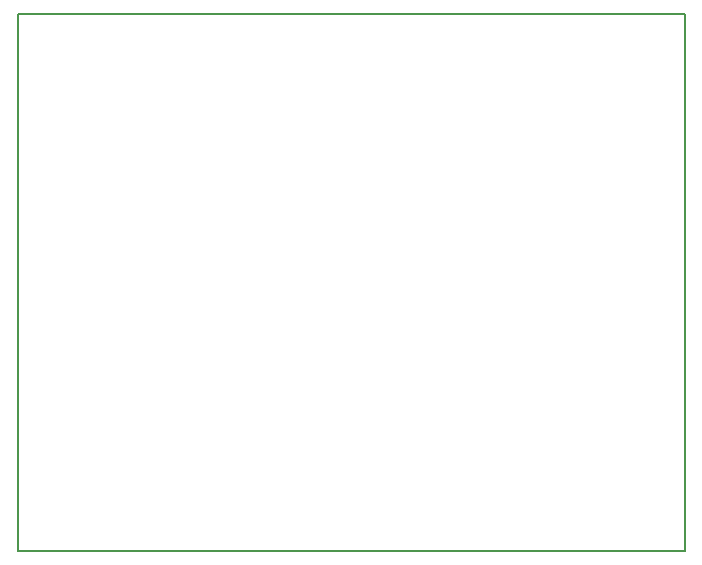
<source format=gbr>
G04 DipTrace Beta 2.9.0.1*
G04 BoardOutline.gbr*
%MOIN*%
G04 #@! TF.FileFunction,Profile*
G04 #@! TF.Part,Single*
%ADD11C,0.005512*%
%FSLAX26Y26*%
G04*
G70*
G90*
G75*
G01*
G04 BoardOutline*
%LPD*%
X393701Y2181388D2*
D11*
Y393701D1*
X2618934D1*
Y2181388D1*
X393701D1*
M02*

</source>
